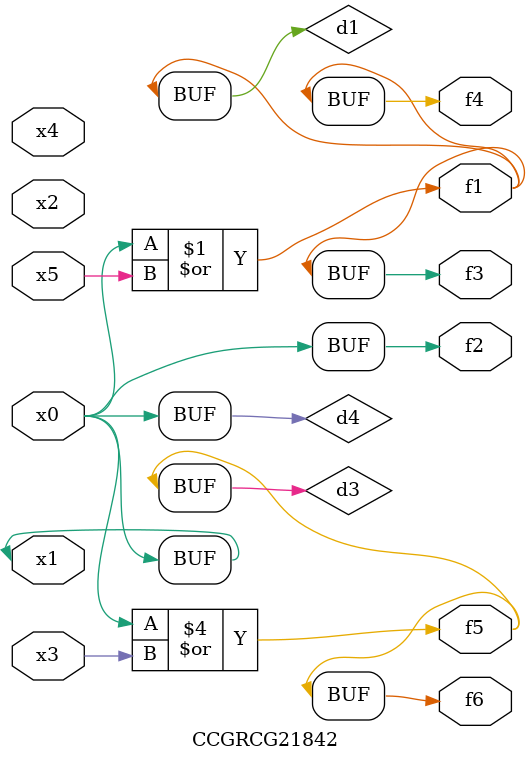
<source format=v>
module CCGRCG21842(
	input x0, x1, x2, x3, x4, x5,
	output f1, f2, f3, f4, f5, f6
);

	wire d1, d2, d3, d4;

	or (d1, x0, x5);
	xnor (d2, x1, x4);
	or (d3, x0, x3);
	buf (d4, x0, x1);
	assign f1 = d1;
	assign f2 = d4;
	assign f3 = d1;
	assign f4 = d1;
	assign f5 = d3;
	assign f6 = d3;
endmodule

</source>
